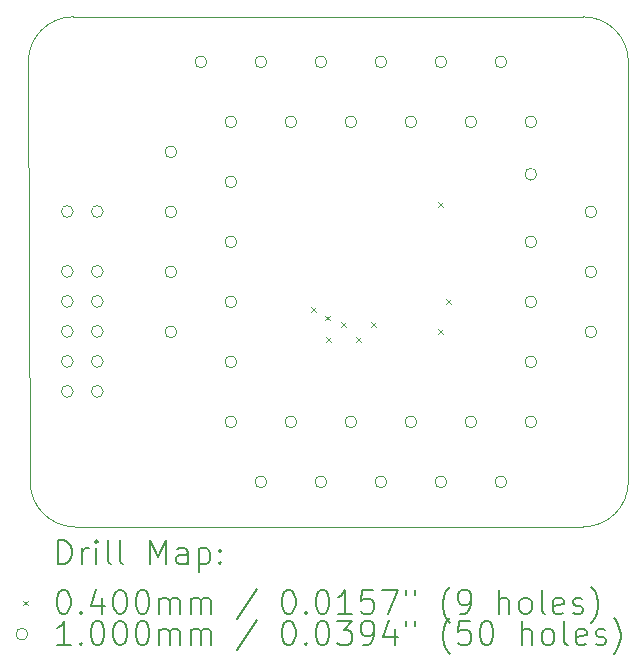
<source format=gbr>
%FSLAX45Y45*%
G04 Gerber Fmt 4.5, Leading zero omitted, Abs format (unit mm)*
G04 Created by KiCad (PCBNEW (6.0.0)) date 2022-03-13 18:43:24*
%MOMM*%
%LPD*%
G01*
G04 APERTURE LIST*
%TA.AperFunction,Profile*%
%ADD10C,0.100000*%
%TD*%
%ADD11C,0.200000*%
%ADD12C,0.040000*%
%ADD13C,0.100000*%
G04 APERTURE END LIST*
D10*
X13652500Y-8001000D02*
X9349908Y-8001000D01*
X14033500Y-4064000D02*
X14033500Y-7620000D01*
X13652500Y-8001000D02*
G75*
G03*
X14033500Y-7620000I0J381000D01*
G01*
X8968908Y-7620000D02*
G75*
G03*
X9349908Y-8001000I381000J0D01*
G01*
X9334500Y-3683000D02*
G75*
G03*
X8953500Y-4064000I0J-381000D01*
G01*
X9334500Y-3683000D02*
X13652500Y-3683000D01*
X14033500Y-4064000D02*
G75*
G03*
X13652500Y-3683000I-381000J0D01*
G01*
X8968908Y-7620000D02*
X8953500Y-4064000D01*
D11*
D12*
X11346500Y-6139500D02*
X11386500Y-6179500D01*
X11386500Y-6139500D02*
X11346500Y-6179500D01*
X11463951Y-6212549D02*
X11503951Y-6252549D01*
X11503951Y-6212549D02*
X11463951Y-6252549D01*
X11473500Y-6393500D02*
X11513500Y-6433500D01*
X11513500Y-6393500D02*
X11473500Y-6433500D01*
X11600500Y-6266500D02*
X11640500Y-6306500D01*
X11640500Y-6266500D02*
X11600500Y-6306500D01*
X11727500Y-6393500D02*
X11767500Y-6433500D01*
X11767500Y-6393500D02*
X11727500Y-6433500D01*
X11854500Y-6266500D02*
X11894500Y-6306500D01*
X11894500Y-6266500D02*
X11854500Y-6306500D01*
X12426000Y-5250500D02*
X12466000Y-5290500D01*
X12466000Y-5250500D02*
X12426000Y-5290500D01*
X12426000Y-6330000D02*
X12466000Y-6370000D01*
X12466000Y-6330000D02*
X12426000Y-6370000D01*
X12489500Y-6076000D02*
X12529500Y-6116000D01*
X12529500Y-6076000D02*
X12489500Y-6116000D01*
D13*
X9333000Y-5331500D02*
G75*
G03*
X9333000Y-5331500I-50000J0D01*
G01*
X9333000Y-5839000D02*
G75*
G03*
X9333000Y-5839000I-50000J0D01*
G01*
X9333000Y-6093000D02*
G75*
G03*
X9333000Y-6093000I-50000J0D01*
G01*
X9333000Y-6347000D02*
G75*
G03*
X9333000Y-6347000I-50000J0D01*
G01*
X9333000Y-6601000D02*
G75*
G03*
X9333000Y-6601000I-50000J0D01*
G01*
X9333000Y-6855000D02*
G75*
G03*
X9333000Y-6855000I-50000J0D01*
G01*
X9587000Y-5331500D02*
G75*
G03*
X9587000Y-5331500I-50000J0D01*
G01*
X9587000Y-5839000D02*
G75*
G03*
X9587000Y-5839000I-50000J0D01*
G01*
X9587000Y-6093000D02*
G75*
G03*
X9587000Y-6093000I-50000J0D01*
G01*
X9587000Y-6347000D02*
G75*
G03*
X9587000Y-6347000I-50000J0D01*
G01*
X9587000Y-6601000D02*
G75*
G03*
X9587000Y-6601000I-50000J0D01*
G01*
X9587000Y-6855000D02*
G75*
G03*
X9587000Y-6855000I-50000J0D01*
G01*
X10210000Y-4826000D02*
G75*
G03*
X10210000Y-4826000I-50000J0D01*
G01*
X10210000Y-5334000D02*
G75*
G03*
X10210000Y-5334000I-50000J0D01*
G01*
X10210000Y-5842000D02*
G75*
G03*
X10210000Y-5842000I-50000J0D01*
G01*
X10210000Y-6350000D02*
G75*
G03*
X10210000Y-6350000I-50000J0D01*
G01*
X10464000Y-4064000D02*
G75*
G03*
X10464000Y-4064000I-50000J0D01*
G01*
X10718000Y-4572000D02*
G75*
G03*
X10718000Y-4572000I-50000J0D01*
G01*
X10718000Y-5080000D02*
G75*
G03*
X10718000Y-5080000I-50000J0D01*
G01*
X10718000Y-5588000D02*
G75*
G03*
X10718000Y-5588000I-50000J0D01*
G01*
X10718000Y-6096000D02*
G75*
G03*
X10718000Y-6096000I-50000J0D01*
G01*
X10718000Y-6604000D02*
G75*
G03*
X10718000Y-6604000I-50000J0D01*
G01*
X10718000Y-7112000D02*
G75*
G03*
X10718000Y-7112000I-50000J0D01*
G01*
X10972000Y-4064000D02*
G75*
G03*
X10972000Y-4064000I-50000J0D01*
G01*
X10972000Y-7620000D02*
G75*
G03*
X10972000Y-7620000I-50000J0D01*
G01*
X11226000Y-4572000D02*
G75*
G03*
X11226000Y-4572000I-50000J0D01*
G01*
X11226000Y-7112000D02*
G75*
G03*
X11226000Y-7112000I-50000J0D01*
G01*
X11480000Y-4064000D02*
G75*
G03*
X11480000Y-4064000I-50000J0D01*
G01*
X11480000Y-7620000D02*
G75*
G03*
X11480000Y-7620000I-50000J0D01*
G01*
X11734000Y-4572000D02*
G75*
G03*
X11734000Y-4572000I-50000J0D01*
G01*
X11734000Y-7112000D02*
G75*
G03*
X11734000Y-7112000I-50000J0D01*
G01*
X11988000Y-4064000D02*
G75*
G03*
X11988000Y-4064000I-50000J0D01*
G01*
X11988000Y-7620000D02*
G75*
G03*
X11988000Y-7620000I-50000J0D01*
G01*
X12242000Y-4572000D02*
G75*
G03*
X12242000Y-4572000I-50000J0D01*
G01*
X12242000Y-7112000D02*
G75*
G03*
X12242000Y-7112000I-50000J0D01*
G01*
X12496000Y-4064000D02*
G75*
G03*
X12496000Y-4064000I-50000J0D01*
G01*
X12496000Y-7620000D02*
G75*
G03*
X12496000Y-7620000I-50000J0D01*
G01*
X12750000Y-4572000D02*
G75*
G03*
X12750000Y-4572000I-50000J0D01*
G01*
X12750000Y-7112000D02*
G75*
G03*
X12750000Y-7112000I-50000J0D01*
G01*
X13004000Y-4064000D02*
G75*
G03*
X13004000Y-4064000I-50000J0D01*
G01*
X13004000Y-7620000D02*
G75*
G03*
X13004000Y-7620000I-50000J0D01*
G01*
X13258000Y-4572000D02*
G75*
G03*
X13258000Y-4572000I-50000J0D01*
G01*
X13258000Y-5016500D02*
G75*
G03*
X13258000Y-5016500I-50000J0D01*
G01*
X13258000Y-5588000D02*
G75*
G03*
X13258000Y-5588000I-50000J0D01*
G01*
X13258000Y-6096000D02*
G75*
G03*
X13258000Y-6096000I-50000J0D01*
G01*
X13258000Y-6604000D02*
G75*
G03*
X13258000Y-6604000I-50000J0D01*
G01*
X13258000Y-7112000D02*
G75*
G03*
X13258000Y-7112000I-50000J0D01*
G01*
X13766000Y-5334000D02*
G75*
G03*
X13766000Y-5334000I-50000J0D01*
G01*
X13766000Y-5842000D02*
G75*
G03*
X13766000Y-5842000I-50000J0D01*
G01*
X13766000Y-6350000D02*
G75*
G03*
X13766000Y-6350000I-50000J0D01*
G01*
D11*
X9206119Y-8316476D02*
X9206119Y-8116476D01*
X9253738Y-8116476D01*
X9282310Y-8126000D01*
X9301357Y-8145048D01*
X9310881Y-8164095D01*
X9320405Y-8202190D01*
X9320405Y-8230762D01*
X9310881Y-8268857D01*
X9301357Y-8287905D01*
X9282310Y-8306952D01*
X9253738Y-8316476D01*
X9206119Y-8316476D01*
X9406119Y-8316476D02*
X9406119Y-8183143D01*
X9406119Y-8221238D02*
X9415643Y-8202190D01*
X9425167Y-8192667D01*
X9444214Y-8183143D01*
X9463262Y-8183143D01*
X9529929Y-8316476D02*
X9529929Y-8183143D01*
X9529929Y-8116476D02*
X9520405Y-8126000D01*
X9529929Y-8135524D01*
X9539452Y-8126000D01*
X9529929Y-8116476D01*
X9529929Y-8135524D01*
X9653738Y-8316476D02*
X9634690Y-8306952D01*
X9625167Y-8287905D01*
X9625167Y-8116476D01*
X9758500Y-8316476D02*
X9739452Y-8306952D01*
X9729929Y-8287905D01*
X9729929Y-8116476D01*
X9987071Y-8316476D02*
X9987071Y-8116476D01*
X10053738Y-8259333D01*
X10120405Y-8116476D01*
X10120405Y-8316476D01*
X10301357Y-8316476D02*
X10301357Y-8211714D01*
X10291833Y-8192667D01*
X10272786Y-8183143D01*
X10234690Y-8183143D01*
X10215643Y-8192667D01*
X10301357Y-8306952D02*
X10282310Y-8316476D01*
X10234690Y-8316476D01*
X10215643Y-8306952D01*
X10206119Y-8287905D01*
X10206119Y-8268857D01*
X10215643Y-8249809D01*
X10234690Y-8240286D01*
X10282310Y-8240286D01*
X10301357Y-8230762D01*
X10396595Y-8183143D02*
X10396595Y-8383143D01*
X10396595Y-8192667D02*
X10415643Y-8183143D01*
X10453738Y-8183143D01*
X10472786Y-8192667D01*
X10482310Y-8202190D01*
X10491833Y-8221238D01*
X10491833Y-8278381D01*
X10482310Y-8297428D01*
X10472786Y-8306952D01*
X10453738Y-8316476D01*
X10415643Y-8316476D01*
X10396595Y-8306952D01*
X10577548Y-8297428D02*
X10587071Y-8306952D01*
X10577548Y-8316476D01*
X10568024Y-8306952D01*
X10577548Y-8297428D01*
X10577548Y-8316476D01*
X10577548Y-8192667D02*
X10587071Y-8202190D01*
X10577548Y-8211714D01*
X10568024Y-8202190D01*
X10577548Y-8192667D01*
X10577548Y-8211714D01*
D12*
X8908500Y-8626000D02*
X8948500Y-8666000D01*
X8948500Y-8626000D02*
X8908500Y-8666000D01*
D11*
X9244214Y-8536476D02*
X9263262Y-8536476D01*
X9282310Y-8546000D01*
X9291833Y-8555524D01*
X9301357Y-8574571D01*
X9310881Y-8612667D01*
X9310881Y-8660286D01*
X9301357Y-8698381D01*
X9291833Y-8717429D01*
X9282310Y-8726952D01*
X9263262Y-8736476D01*
X9244214Y-8736476D01*
X9225167Y-8726952D01*
X9215643Y-8717429D01*
X9206119Y-8698381D01*
X9196595Y-8660286D01*
X9196595Y-8612667D01*
X9206119Y-8574571D01*
X9215643Y-8555524D01*
X9225167Y-8546000D01*
X9244214Y-8536476D01*
X9396595Y-8717429D02*
X9406119Y-8726952D01*
X9396595Y-8736476D01*
X9387071Y-8726952D01*
X9396595Y-8717429D01*
X9396595Y-8736476D01*
X9577548Y-8603143D02*
X9577548Y-8736476D01*
X9529929Y-8526952D02*
X9482310Y-8669810D01*
X9606119Y-8669810D01*
X9720405Y-8536476D02*
X9739452Y-8536476D01*
X9758500Y-8546000D01*
X9768024Y-8555524D01*
X9777548Y-8574571D01*
X9787071Y-8612667D01*
X9787071Y-8660286D01*
X9777548Y-8698381D01*
X9768024Y-8717429D01*
X9758500Y-8726952D01*
X9739452Y-8736476D01*
X9720405Y-8736476D01*
X9701357Y-8726952D01*
X9691833Y-8717429D01*
X9682310Y-8698381D01*
X9672786Y-8660286D01*
X9672786Y-8612667D01*
X9682310Y-8574571D01*
X9691833Y-8555524D01*
X9701357Y-8546000D01*
X9720405Y-8536476D01*
X9910881Y-8536476D02*
X9929929Y-8536476D01*
X9948976Y-8546000D01*
X9958500Y-8555524D01*
X9968024Y-8574571D01*
X9977548Y-8612667D01*
X9977548Y-8660286D01*
X9968024Y-8698381D01*
X9958500Y-8717429D01*
X9948976Y-8726952D01*
X9929929Y-8736476D01*
X9910881Y-8736476D01*
X9891833Y-8726952D01*
X9882310Y-8717429D01*
X9872786Y-8698381D01*
X9863262Y-8660286D01*
X9863262Y-8612667D01*
X9872786Y-8574571D01*
X9882310Y-8555524D01*
X9891833Y-8546000D01*
X9910881Y-8536476D01*
X10063262Y-8736476D02*
X10063262Y-8603143D01*
X10063262Y-8622190D02*
X10072786Y-8612667D01*
X10091833Y-8603143D01*
X10120405Y-8603143D01*
X10139452Y-8612667D01*
X10148976Y-8631714D01*
X10148976Y-8736476D01*
X10148976Y-8631714D02*
X10158500Y-8612667D01*
X10177548Y-8603143D01*
X10206119Y-8603143D01*
X10225167Y-8612667D01*
X10234690Y-8631714D01*
X10234690Y-8736476D01*
X10329929Y-8736476D02*
X10329929Y-8603143D01*
X10329929Y-8622190D02*
X10339452Y-8612667D01*
X10358500Y-8603143D01*
X10387071Y-8603143D01*
X10406119Y-8612667D01*
X10415643Y-8631714D01*
X10415643Y-8736476D01*
X10415643Y-8631714D02*
X10425167Y-8612667D01*
X10444214Y-8603143D01*
X10472786Y-8603143D01*
X10491833Y-8612667D01*
X10501357Y-8631714D01*
X10501357Y-8736476D01*
X10891833Y-8526952D02*
X10720405Y-8784095D01*
X11148976Y-8536476D02*
X11168024Y-8536476D01*
X11187071Y-8546000D01*
X11196595Y-8555524D01*
X11206119Y-8574571D01*
X11215643Y-8612667D01*
X11215643Y-8660286D01*
X11206119Y-8698381D01*
X11196595Y-8717429D01*
X11187071Y-8726952D01*
X11168024Y-8736476D01*
X11148976Y-8736476D01*
X11129929Y-8726952D01*
X11120405Y-8717429D01*
X11110881Y-8698381D01*
X11101357Y-8660286D01*
X11101357Y-8612667D01*
X11110881Y-8574571D01*
X11120405Y-8555524D01*
X11129929Y-8546000D01*
X11148976Y-8536476D01*
X11301357Y-8717429D02*
X11310881Y-8726952D01*
X11301357Y-8736476D01*
X11291833Y-8726952D01*
X11301357Y-8717429D01*
X11301357Y-8736476D01*
X11434690Y-8536476D02*
X11453738Y-8536476D01*
X11472786Y-8546000D01*
X11482309Y-8555524D01*
X11491833Y-8574571D01*
X11501357Y-8612667D01*
X11501357Y-8660286D01*
X11491833Y-8698381D01*
X11482309Y-8717429D01*
X11472786Y-8726952D01*
X11453738Y-8736476D01*
X11434690Y-8736476D01*
X11415643Y-8726952D01*
X11406119Y-8717429D01*
X11396595Y-8698381D01*
X11387071Y-8660286D01*
X11387071Y-8612667D01*
X11396595Y-8574571D01*
X11406119Y-8555524D01*
X11415643Y-8546000D01*
X11434690Y-8536476D01*
X11691833Y-8736476D02*
X11577548Y-8736476D01*
X11634690Y-8736476D02*
X11634690Y-8536476D01*
X11615643Y-8565048D01*
X11596595Y-8584095D01*
X11577548Y-8593619D01*
X11872786Y-8536476D02*
X11777548Y-8536476D01*
X11768024Y-8631714D01*
X11777548Y-8622190D01*
X11796595Y-8612667D01*
X11844214Y-8612667D01*
X11863262Y-8622190D01*
X11872786Y-8631714D01*
X11882309Y-8650762D01*
X11882309Y-8698381D01*
X11872786Y-8717429D01*
X11863262Y-8726952D01*
X11844214Y-8736476D01*
X11796595Y-8736476D01*
X11777548Y-8726952D01*
X11768024Y-8717429D01*
X11948976Y-8536476D02*
X12082309Y-8536476D01*
X11996595Y-8736476D01*
X12148976Y-8536476D02*
X12148976Y-8574571D01*
X12225167Y-8536476D02*
X12225167Y-8574571D01*
X12520405Y-8812667D02*
X12510881Y-8803143D01*
X12491833Y-8774571D01*
X12482309Y-8755524D01*
X12472786Y-8726952D01*
X12463262Y-8679333D01*
X12463262Y-8641238D01*
X12472786Y-8593619D01*
X12482309Y-8565048D01*
X12491833Y-8546000D01*
X12510881Y-8517429D01*
X12520405Y-8507905D01*
X12606119Y-8736476D02*
X12644214Y-8736476D01*
X12663262Y-8726952D01*
X12672786Y-8717429D01*
X12691833Y-8688857D01*
X12701357Y-8650762D01*
X12701357Y-8574571D01*
X12691833Y-8555524D01*
X12682309Y-8546000D01*
X12663262Y-8536476D01*
X12625167Y-8536476D01*
X12606119Y-8546000D01*
X12596595Y-8555524D01*
X12587071Y-8574571D01*
X12587071Y-8622190D01*
X12596595Y-8641238D01*
X12606119Y-8650762D01*
X12625167Y-8660286D01*
X12663262Y-8660286D01*
X12682309Y-8650762D01*
X12691833Y-8641238D01*
X12701357Y-8622190D01*
X12939452Y-8736476D02*
X12939452Y-8536476D01*
X13025167Y-8736476D02*
X13025167Y-8631714D01*
X13015643Y-8612667D01*
X12996595Y-8603143D01*
X12968024Y-8603143D01*
X12948976Y-8612667D01*
X12939452Y-8622190D01*
X13148976Y-8736476D02*
X13129928Y-8726952D01*
X13120405Y-8717429D01*
X13110881Y-8698381D01*
X13110881Y-8641238D01*
X13120405Y-8622190D01*
X13129928Y-8612667D01*
X13148976Y-8603143D01*
X13177548Y-8603143D01*
X13196595Y-8612667D01*
X13206119Y-8622190D01*
X13215643Y-8641238D01*
X13215643Y-8698381D01*
X13206119Y-8717429D01*
X13196595Y-8726952D01*
X13177548Y-8736476D01*
X13148976Y-8736476D01*
X13329928Y-8736476D02*
X13310881Y-8726952D01*
X13301357Y-8707905D01*
X13301357Y-8536476D01*
X13482309Y-8726952D02*
X13463262Y-8736476D01*
X13425167Y-8736476D01*
X13406119Y-8726952D01*
X13396595Y-8707905D01*
X13396595Y-8631714D01*
X13406119Y-8612667D01*
X13425167Y-8603143D01*
X13463262Y-8603143D01*
X13482309Y-8612667D01*
X13491833Y-8631714D01*
X13491833Y-8650762D01*
X13396595Y-8669810D01*
X13568024Y-8726952D02*
X13587071Y-8736476D01*
X13625167Y-8736476D01*
X13644214Y-8726952D01*
X13653738Y-8707905D01*
X13653738Y-8698381D01*
X13644214Y-8679333D01*
X13625167Y-8669810D01*
X13596595Y-8669810D01*
X13577548Y-8660286D01*
X13568024Y-8641238D01*
X13568024Y-8631714D01*
X13577548Y-8612667D01*
X13596595Y-8603143D01*
X13625167Y-8603143D01*
X13644214Y-8612667D01*
X13720405Y-8812667D02*
X13729928Y-8803143D01*
X13748976Y-8774571D01*
X13758500Y-8755524D01*
X13768024Y-8726952D01*
X13777548Y-8679333D01*
X13777548Y-8641238D01*
X13768024Y-8593619D01*
X13758500Y-8565048D01*
X13748976Y-8546000D01*
X13729928Y-8517429D01*
X13720405Y-8507905D01*
D13*
X8948500Y-8910000D02*
G75*
G03*
X8948500Y-8910000I-50000J0D01*
G01*
D11*
X9310881Y-9000476D02*
X9196595Y-9000476D01*
X9253738Y-9000476D02*
X9253738Y-8800476D01*
X9234690Y-8829048D01*
X9215643Y-8848095D01*
X9196595Y-8857619D01*
X9396595Y-8981429D02*
X9406119Y-8990952D01*
X9396595Y-9000476D01*
X9387071Y-8990952D01*
X9396595Y-8981429D01*
X9396595Y-9000476D01*
X9529929Y-8800476D02*
X9548976Y-8800476D01*
X9568024Y-8810000D01*
X9577548Y-8819524D01*
X9587071Y-8838571D01*
X9596595Y-8876667D01*
X9596595Y-8924286D01*
X9587071Y-8962381D01*
X9577548Y-8981429D01*
X9568024Y-8990952D01*
X9548976Y-9000476D01*
X9529929Y-9000476D01*
X9510881Y-8990952D01*
X9501357Y-8981429D01*
X9491833Y-8962381D01*
X9482310Y-8924286D01*
X9482310Y-8876667D01*
X9491833Y-8838571D01*
X9501357Y-8819524D01*
X9510881Y-8810000D01*
X9529929Y-8800476D01*
X9720405Y-8800476D02*
X9739452Y-8800476D01*
X9758500Y-8810000D01*
X9768024Y-8819524D01*
X9777548Y-8838571D01*
X9787071Y-8876667D01*
X9787071Y-8924286D01*
X9777548Y-8962381D01*
X9768024Y-8981429D01*
X9758500Y-8990952D01*
X9739452Y-9000476D01*
X9720405Y-9000476D01*
X9701357Y-8990952D01*
X9691833Y-8981429D01*
X9682310Y-8962381D01*
X9672786Y-8924286D01*
X9672786Y-8876667D01*
X9682310Y-8838571D01*
X9691833Y-8819524D01*
X9701357Y-8810000D01*
X9720405Y-8800476D01*
X9910881Y-8800476D02*
X9929929Y-8800476D01*
X9948976Y-8810000D01*
X9958500Y-8819524D01*
X9968024Y-8838571D01*
X9977548Y-8876667D01*
X9977548Y-8924286D01*
X9968024Y-8962381D01*
X9958500Y-8981429D01*
X9948976Y-8990952D01*
X9929929Y-9000476D01*
X9910881Y-9000476D01*
X9891833Y-8990952D01*
X9882310Y-8981429D01*
X9872786Y-8962381D01*
X9863262Y-8924286D01*
X9863262Y-8876667D01*
X9872786Y-8838571D01*
X9882310Y-8819524D01*
X9891833Y-8810000D01*
X9910881Y-8800476D01*
X10063262Y-9000476D02*
X10063262Y-8867143D01*
X10063262Y-8886190D02*
X10072786Y-8876667D01*
X10091833Y-8867143D01*
X10120405Y-8867143D01*
X10139452Y-8876667D01*
X10148976Y-8895714D01*
X10148976Y-9000476D01*
X10148976Y-8895714D02*
X10158500Y-8876667D01*
X10177548Y-8867143D01*
X10206119Y-8867143D01*
X10225167Y-8876667D01*
X10234690Y-8895714D01*
X10234690Y-9000476D01*
X10329929Y-9000476D02*
X10329929Y-8867143D01*
X10329929Y-8886190D02*
X10339452Y-8876667D01*
X10358500Y-8867143D01*
X10387071Y-8867143D01*
X10406119Y-8876667D01*
X10415643Y-8895714D01*
X10415643Y-9000476D01*
X10415643Y-8895714D02*
X10425167Y-8876667D01*
X10444214Y-8867143D01*
X10472786Y-8867143D01*
X10491833Y-8876667D01*
X10501357Y-8895714D01*
X10501357Y-9000476D01*
X10891833Y-8790952D02*
X10720405Y-9048095D01*
X11148976Y-8800476D02*
X11168024Y-8800476D01*
X11187071Y-8810000D01*
X11196595Y-8819524D01*
X11206119Y-8838571D01*
X11215643Y-8876667D01*
X11215643Y-8924286D01*
X11206119Y-8962381D01*
X11196595Y-8981429D01*
X11187071Y-8990952D01*
X11168024Y-9000476D01*
X11148976Y-9000476D01*
X11129929Y-8990952D01*
X11120405Y-8981429D01*
X11110881Y-8962381D01*
X11101357Y-8924286D01*
X11101357Y-8876667D01*
X11110881Y-8838571D01*
X11120405Y-8819524D01*
X11129929Y-8810000D01*
X11148976Y-8800476D01*
X11301357Y-8981429D02*
X11310881Y-8990952D01*
X11301357Y-9000476D01*
X11291833Y-8990952D01*
X11301357Y-8981429D01*
X11301357Y-9000476D01*
X11434690Y-8800476D02*
X11453738Y-8800476D01*
X11472786Y-8810000D01*
X11482309Y-8819524D01*
X11491833Y-8838571D01*
X11501357Y-8876667D01*
X11501357Y-8924286D01*
X11491833Y-8962381D01*
X11482309Y-8981429D01*
X11472786Y-8990952D01*
X11453738Y-9000476D01*
X11434690Y-9000476D01*
X11415643Y-8990952D01*
X11406119Y-8981429D01*
X11396595Y-8962381D01*
X11387071Y-8924286D01*
X11387071Y-8876667D01*
X11396595Y-8838571D01*
X11406119Y-8819524D01*
X11415643Y-8810000D01*
X11434690Y-8800476D01*
X11568024Y-8800476D02*
X11691833Y-8800476D01*
X11625167Y-8876667D01*
X11653738Y-8876667D01*
X11672786Y-8886190D01*
X11682309Y-8895714D01*
X11691833Y-8914762D01*
X11691833Y-8962381D01*
X11682309Y-8981429D01*
X11672786Y-8990952D01*
X11653738Y-9000476D01*
X11596595Y-9000476D01*
X11577548Y-8990952D01*
X11568024Y-8981429D01*
X11787071Y-9000476D02*
X11825167Y-9000476D01*
X11844214Y-8990952D01*
X11853738Y-8981429D01*
X11872786Y-8952857D01*
X11882309Y-8914762D01*
X11882309Y-8838571D01*
X11872786Y-8819524D01*
X11863262Y-8810000D01*
X11844214Y-8800476D01*
X11806119Y-8800476D01*
X11787071Y-8810000D01*
X11777548Y-8819524D01*
X11768024Y-8838571D01*
X11768024Y-8886190D01*
X11777548Y-8905238D01*
X11787071Y-8914762D01*
X11806119Y-8924286D01*
X11844214Y-8924286D01*
X11863262Y-8914762D01*
X11872786Y-8905238D01*
X11882309Y-8886190D01*
X12053738Y-8867143D02*
X12053738Y-9000476D01*
X12006119Y-8790952D02*
X11958500Y-8933810D01*
X12082309Y-8933810D01*
X12148976Y-8800476D02*
X12148976Y-8838571D01*
X12225167Y-8800476D02*
X12225167Y-8838571D01*
X12520405Y-9076667D02*
X12510881Y-9067143D01*
X12491833Y-9038571D01*
X12482309Y-9019524D01*
X12472786Y-8990952D01*
X12463262Y-8943333D01*
X12463262Y-8905238D01*
X12472786Y-8857619D01*
X12482309Y-8829048D01*
X12491833Y-8810000D01*
X12510881Y-8781429D01*
X12520405Y-8771905D01*
X12691833Y-8800476D02*
X12596595Y-8800476D01*
X12587071Y-8895714D01*
X12596595Y-8886190D01*
X12615643Y-8876667D01*
X12663262Y-8876667D01*
X12682309Y-8886190D01*
X12691833Y-8895714D01*
X12701357Y-8914762D01*
X12701357Y-8962381D01*
X12691833Y-8981429D01*
X12682309Y-8990952D01*
X12663262Y-9000476D01*
X12615643Y-9000476D01*
X12596595Y-8990952D01*
X12587071Y-8981429D01*
X12825167Y-8800476D02*
X12844214Y-8800476D01*
X12863262Y-8810000D01*
X12872786Y-8819524D01*
X12882309Y-8838571D01*
X12891833Y-8876667D01*
X12891833Y-8924286D01*
X12882309Y-8962381D01*
X12872786Y-8981429D01*
X12863262Y-8990952D01*
X12844214Y-9000476D01*
X12825167Y-9000476D01*
X12806119Y-8990952D01*
X12796595Y-8981429D01*
X12787071Y-8962381D01*
X12777548Y-8924286D01*
X12777548Y-8876667D01*
X12787071Y-8838571D01*
X12796595Y-8819524D01*
X12806119Y-8810000D01*
X12825167Y-8800476D01*
X13129928Y-9000476D02*
X13129928Y-8800476D01*
X13215643Y-9000476D02*
X13215643Y-8895714D01*
X13206119Y-8876667D01*
X13187071Y-8867143D01*
X13158500Y-8867143D01*
X13139452Y-8876667D01*
X13129928Y-8886190D01*
X13339452Y-9000476D02*
X13320405Y-8990952D01*
X13310881Y-8981429D01*
X13301357Y-8962381D01*
X13301357Y-8905238D01*
X13310881Y-8886190D01*
X13320405Y-8876667D01*
X13339452Y-8867143D01*
X13368024Y-8867143D01*
X13387071Y-8876667D01*
X13396595Y-8886190D01*
X13406119Y-8905238D01*
X13406119Y-8962381D01*
X13396595Y-8981429D01*
X13387071Y-8990952D01*
X13368024Y-9000476D01*
X13339452Y-9000476D01*
X13520405Y-9000476D02*
X13501357Y-8990952D01*
X13491833Y-8971905D01*
X13491833Y-8800476D01*
X13672786Y-8990952D02*
X13653738Y-9000476D01*
X13615643Y-9000476D01*
X13596595Y-8990952D01*
X13587071Y-8971905D01*
X13587071Y-8895714D01*
X13596595Y-8876667D01*
X13615643Y-8867143D01*
X13653738Y-8867143D01*
X13672786Y-8876667D01*
X13682309Y-8895714D01*
X13682309Y-8914762D01*
X13587071Y-8933810D01*
X13758500Y-8990952D02*
X13777548Y-9000476D01*
X13815643Y-9000476D01*
X13834690Y-8990952D01*
X13844214Y-8971905D01*
X13844214Y-8962381D01*
X13834690Y-8943333D01*
X13815643Y-8933810D01*
X13787071Y-8933810D01*
X13768024Y-8924286D01*
X13758500Y-8905238D01*
X13758500Y-8895714D01*
X13768024Y-8876667D01*
X13787071Y-8867143D01*
X13815643Y-8867143D01*
X13834690Y-8876667D01*
X13910881Y-9076667D02*
X13920405Y-9067143D01*
X13939452Y-9038571D01*
X13948976Y-9019524D01*
X13958500Y-8990952D01*
X13968024Y-8943333D01*
X13968024Y-8905238D01*
X13958500Y-8857619D01*
X13948976Y-8829048D01*
X13939452Y-8810000D01*
X13920405Y-8781429D01*
X13910881Y-8771905D01*
M02*

</source>
